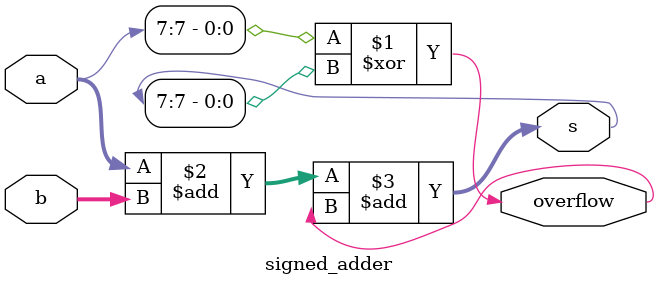
<source format=v>

module signed_adder(input [7:0] a,
    input [7:0] b,
    output [7:0] s,
    output overflow
); 

// The numbers a and b are added to the output s. 
// assign the occurence of the signed overflow of a and b to the output overflow.
// a signed overflow occurs if the most significant bits of a and b are low and the most significant bit of s is high
// a signed overflow may also occur if the most significant bits of a and b are high and the most significant bit of s is low



// The output overflow is the first bit of the result that is 1.
// For example, if a is 128 and b is 127, the result will be 1. 
// If the result is negative, then it is zero.

assign overflow = a[7] ^ s[7]; 

// The addition is done using a two's complement adder. 
// The overflow is added to the result. 

assign s = a + b + overflow;

endmodule

</source>
